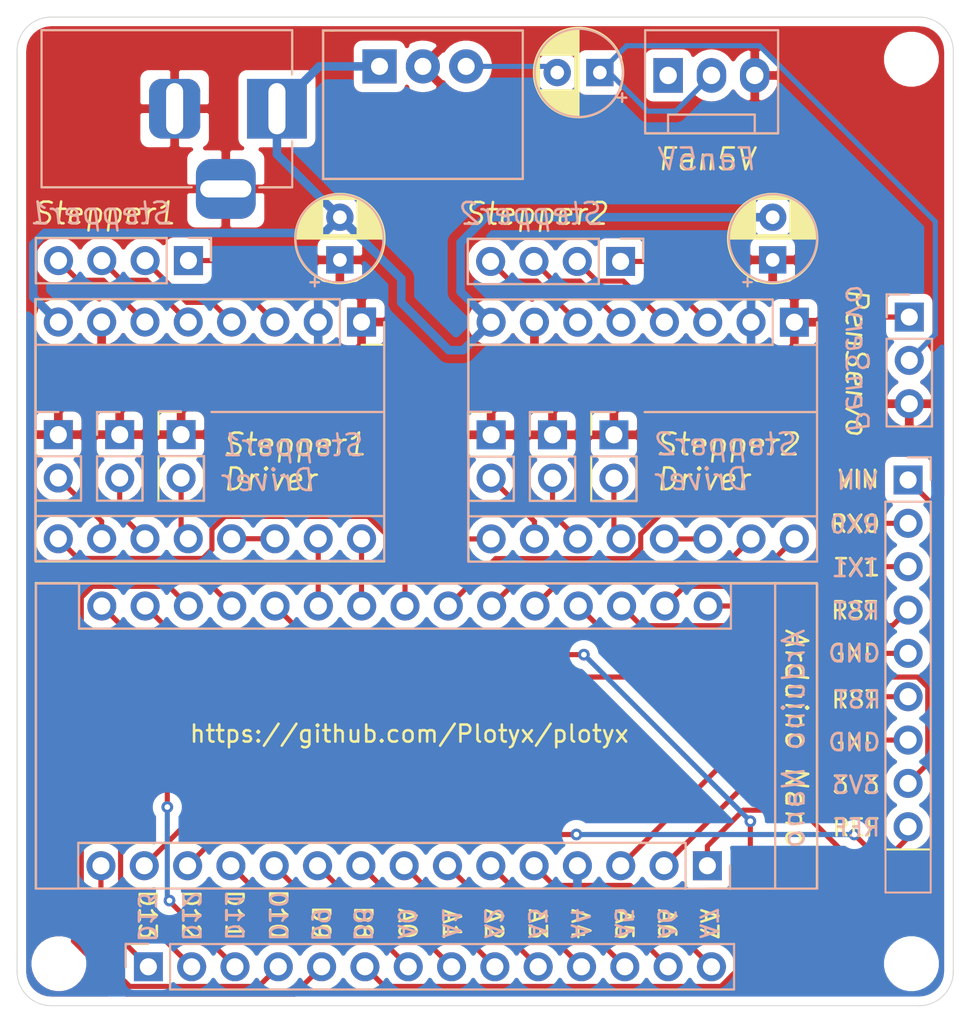
<source format=kicad_pcb>
(kicad_pcb (version 20171130) (host pcbnew "(5.1.6-0-10_14)")
  (layers (0 F.Cu signal hide) (31 B.Cu signal) (36 B.SilkS user) (37 F.SilkS user) (38 B.Mask user) (39 F.Mask user) (44 Edge.Cuts user))
  (net 0 "")
  (net 1 GND)
  (net 2 VDD)
  (net 3 "Net-(J3-Pad8)")
  (net 4 "Net-(J3-Pad7)")
  (net 5 "Net-(J3-Pad5)")
  (net 6 "Net-(J3-Pad4)")
  (net 7 "Net-(J3-Pad3)")
  (net 8 "Net-(J3-Pad2)")
  (net 9 "Net-(J13-Pad1)")
  (net 10 "Net-(J13-Pad7)")
  (net 11 "Net-(J13-Pad8)")
  (net 12 "Net-(J8-Pad9)")
  (net 13 "Net-(J10-Pad15)")
  (net 14 "Net-(J10-Pad14)")
  (net 15 "Net-(J10-Pad13)")
  (net 16 "Net-(J10-Pad12)")
  (net 17 "Net-(J10-Pad11)")
  (net 18 "Net-(J10-Pad10)")
  (net 19 "Net-(J10-Pad9)")
  (net 20 "Net-(J10-Pad8)")
  (net 21 "Net-(J10-Pad7)")
  (net 22 "Net-(J10-Pad6)")
  (net 23 "Net-(J10-Pad5)")
  (net 24 "Net-(J10-Pad3)")
  (net 25 "Net-(J10-Pad1)")
  (net 26 "Net-(J11-Pad3)")
  (net 27 "Net-(J11-Pad2)")
  (net 28 "Net-(J11-Pad1)")
  (net 29 "Net-(J11-Pad4)")
  (net 30 "Net-(J13-Pad5)")
  (net 31 "Net-(J13-Pad4)")
  (net 32 "Net-(J13-Pad3)")
  (net 33 "Net-(J13-Pad2)")
  (net 34 12v)
  (net 35 "Net-(C3-Pad2)")
  (net 36 5v)
  (net 37 "Net-(J12-Pad3)")
  (net 38 "Net-(J12-Pad4)")
  (net 39 "Net-(J12-Pad5)")
  (net 40 "Net-(J12-Pad6)")
  (net 41 "Net-(J18-Pad3)")
  (net 42 "Net-(J18-Pad4)")
  (net 43 "Net-(J17-Pad6)")
  (net 44 "Net-(J17-Pad5)")
  (net 45 "Net-(J17-Pad4)")
  (net 46 "Net-(J17-Pad3)")
  (net 47 "Net-(J17-Pad2)")
  (net 48 "Net-(J10-Pad2)")
  (net 49 "Net-(M1-Pad1)")
  (net 50 "Net-(J18-Pad2)")
  (net 51 "Net-(J18-Pad5)")
  (module Connector_PinSocket_2.54mm:PinSocket_1x09_P2.54mm_Vertical (layer F.Cu) (at 164.25 98.125)
    (fp_text reference J18 hide)
    (fp_text value "Unused Pins / Extra")
    (pad 9 thru_hole oval (at 0 20.32) (size 1.7 1.7) (drill 1) (layers *.Cu *.Mask) (net 15 "Net-(J10-Pad13)"))
    (pad 8 thru_hole oval (at 0 17.78) (size 1.7 1.7) (drill 1) (layers *.Cu *.Mask) (net 14 "Net-(J10-Pad14)"))
    (pad 7 thru_hole oval (at 0 15.24) (size 1.7 1.7) (drill 1) (layers *.Cu *.Mask) (net 48 "Net-(J10-Pad2)"))
    (pad 6 thru_hole oval (at 0 12.7) (size 1.7 1.7) (drill 1) (layers *.Cu *.Mask) (net 24 "Net-(J10-Pad3)"))
    (pad 5 thru_hole oval (at 0 10.16) (size 1.7 1.7) (drill 1) (layers *.Cu *.Mask) (net 51 "Net-(J18-Pad5)"))
    (pad 4 thru_hole oval (at 0 7.62) (size 1.7 1.7) (drill 1) (layers *.Cu *.Mask) (net 42 "Net-(J18-Pad4)"))
    (pad 3 thru_hole oval (at 0 5.08) (size 1.7 1.7) (drill 1) (layers *.Cu *.Mask) (net 41 "Net-(J18-Pad3)"))
    (pad 2 thru_hole oval (at 0 2.54) (size 1.7 1.7) (drill 1) (layers *.Cu *.Mask) (net 50 "Net-(J18-Pad2)"))
    (pad 1 thru_hole rect (at 0 0) (size 1.7 1.7) (drill 1) (layers *.Cu *.Mask) (net 25 "Net-(J10-Pad1)"))
  )
  (module MountingHole:MountingHole_2.2mm_M2 (layer F.Cu) (at 164.446 73.47)
    (fp_text reference REF** hide)
    (fp_text value MountingHole_2.2mm_M2)
    (pad 1 np_thru_hole circle (at 0 0) (size 2.2 2.2) (drill 2.2) (layers *.Cu *.Mask))
  )
  (module MountingHole:MountingHole_2.2mm_M2 (layer F.Cu) (at 114.45 126.47)
    (fp_text reference REF** hide)
    (fp_text value MountingHole_2.2mm_M2)
    (pad 1 np_thru_hole circle (at 0 0) (size 2.2 2.2) (drill 2.2) (layers *.Cu *.Mask))
  )
  (module MountingHole:MountingHole_2.2mm_M2 (layer F.Cu) (at 164.446 126.47)
    (fp_text reference REF** hide)
    (fp_text value MountingHole_2.2mm_M2)
    (pad 1 np_thru_hole circle (at 0 0) (size 2.2 2.2) (drill 2.2) (layers *.Cu *.Mask))
  )
  (module Connector_PinHeader_2.54mm:PinHeader_1x02_P2.54mm_Vertical (layer F.Cu) (at 118.02 95.47)
    (fp_text reference J6 hide)
    (fp_text value Conn_01x02_Female)
    (pad 1 thru_hole rect (at 0 0) (size 1.7 1.7) (drill 1) (layers *.Cu *.Mask) (net 1 GND))
    (pad 2 thru_hole oval (at 0 2.54) (size 1.7 1.7) (drill 1) (layers *.Cu *.Mask) (net 7 "Net-(J3-Pad3)"))
  )
  (module Connector_PinSocket_2.54mm:PinSocket_1x08_P2.54mm_Vertical (layer F.Cu) (at 132.2 88.87 270)
    (fp_text reference J2 hide)
    (fp_text value Conn_01x08_Female)
    (pad 1 thru_hole rect (at 0 0 270) (size 1.7 1.7) (drill 1) (layers *.Cu *.Mask) (net 1 GND))
    (pad 2 thru_hole oval (at 0 2.54 270) (size 1.7 1.7) (drill 1) (layers *.Cu *.Mask) (net 2 VDD))
    (pad 3 thru_hole oval (at 0 5.08 270) (size 1.7 1.7) (drill 1) (layers *.Cu *.Mask) (net 28 "Net-(J11-Pad1)"))
    (pad 4 thru_hole oval (at 0 7.62 270) (size 1.7 1.7) (drill 1) (layers *.Cu *.Mask) (net 27 "Net-(J11-Pad2)"))
    (pad 5 thru_hole oval (at 0 10.16 270) (size 1.7 1.7) (drill 1) (layers *.Cu *.Mask) (net 26 "Net-(J11-Pad3)"))
    (pad 6 thru_hole oval (at 0 12.7 270) (size 1.7 1.7) (drill 1) (layers *.Cu *.Mask) (net 29 "Net-(J11-Pad4)"))
    (pad 7 thru_hole oval (at 0 15.24 270) (size 1.7 1.7) (drill 1) (layers *.Cu *.Mask) (net 1 GND))
    (pad 8 thru_hole oval (at 0 17.78 270) (size 1.7 1.7) (drill 1) (layers *.Cu *.Mask) (net 34 12v))
  )
  (module Connector_PinSocket_2.54mm:PinSocket_1x15_P2.54mm_Vertical (layer F.Cu) (at 116.97 105.51 90)
    (fp_text reference J8 hide)
    (fp_text value Conn_01x15_Male)
    (pad 15 thru_hole oval (at 0 35.56 90) (size 1.7 1.7) (drill 1) (layers *.Cu *.Mask) (net 41 "Net-(J18-Pad3)"))
    (pad 14 thru_hole oval (at 0 33.02 90) (size 1.7 1.7) (drill 1) (layers *.Cu *.Mask) (net 50 "Net-(J18-Pad2)"))
    (pad 13 thru_hole oval (at 0 30.48 90) (size 1.7 1.7) (drill 1) (layers *.Cu *.Mask) (net 42 "Net-(J18-Pad4)"))
    (pad 12 thru_hole oval (at 0 27.94 90) (size 1.7 1.7) (drill 1) (layers *.Cu *.Mask) (net 51 "Net-(J18-Pad5)"))
    (pad 11 thru_hole oval (at 0 25.4 90) (size 1.7 1.7) (drill 1) (layers *.Cu *.Mask) (net 11 "Net-(J13-Pad8)"))
    (pad 10 thru_hole oval (at 0 22.86 90) (size 1.7 1.7) (drill 1) (layers *.Cu *.Mask) (net 10 "Net-(J13-Pad7)"))
    (pad 9 thru_hole oval (at 0 20.32 90) (size 1.7 1.7) (drill 1) (layers *.Cu *.Mask) (net 12 "Net-(J8-Pad9)"))
    (pad 8 thru_hole oval (at 0 17.78 90) (size 1.7 1.7) (drill 1) (layers *.Cu *.Mask) (net 9 "Net-(J13-Pad1)"))
    (pad 7 thru_hole oval (at 0 15.24 90) (size 1.7 1.7) (drill 1) (layers *.Cu *.Mask) (net 3 "Net-(J3-Pad8)"))
    (pad 6 thru_hole oval (at 0 12.7 90) (size 1.7 1.7) (drill 1) (layers *.Cu *.Mask) (net 4 "Net-(J3-Pad7)"))
    (pad 5 thru_hole oval (at 0 10.16 90) (size 1.7 1.7) (drill 1) (layers *.Cu *.Mask) (net 43 "Net-(J17-Pad6)"))
    (pad 4 thru_hole oval (at 0 7.62 90) (size 1.7 1.7) (drill 1) (layers *.Cu *.Mask) (net 44 "Net-(J17-Pad5)"))
    (pad 3 thru_hole oval (at 0 5.08 90) (size 1.7 1.7) (drill 1) (layers *.Cu *.Mask) (net 45 "Net-(J17-Pad4)"))
    (pad 2 thru_hole oval (at 0 2.54 90) (size 1.7 1.7) (drill 1) (layers *.Cu *.Mask) (net 46 "Net-(J17-Pad3)"))
    (pad 1 thru_hole circle (at 0 0 90) (size 1.7 1.7) (drill 1) (layers *.Cu *.Mask) (net 47 "Net-(J17-Pad2)"))
  )
  (module Connector_PinSocket_2.54mm:PinSocket_1x08_P2.54mm_Vertical (layer F.Cu) (at 114.42 101.57 90)
    (fp_text reference J3 hide)
    (fp_text value Conn_01x08_Female)
    (pad 8 thru_hole oval (at 0 17.78 90) (size 1.7 1.7) (drill 1) (layers *.Cu *.Mask) (net 3 "Net-(J3-Pad8)"))
    (pad 7 thru_hole oval (at 0 15.24 90) (size 1.7 1.7) (drill 1) (layers *.Cu *.Mask) (net 4 "Net-(J3-Pad7)"))
    (pad 6 thru_hole oval (at 0 12.7 90) (size 1.7 1.7) (drill 1) (layers *.Cu *.Mask) (net 5 "Net-(J3-Pad5)"))
    (pad 5 thru_hole oval (at 0 10.16 90) (size 1.7 1.7) (drill 1) (layers *.Cu *.Mask) (net 5 "Net-(J3-Pad5)"))
    (pad 4 thru_hole oval (at 0 7.62 90) (size 1.7 1.7) (drill 1) (layers *.Cu *.Mask) (net 6 "Net-(J3-Pad4)"))
    (pad 3 thru_hole oval (at 0 5.08 90) (size 1.7 1.7) (drill 1) (layers *.Cu *.Mask) (net 7 "Net-(J3-Pad3)"))
    (pad 2 thru_hole oval (at 0 2.54 90) (size 1.7 1.7) (drill 1) (layers *.Cu *.Mask) (net 8 "Net-(J3-Pad2)"))
    (pad 1 thru_hole circle (at 0 0 90) (size 1.7 1.7) (drill 1) (layers *.Cu *.Mask) (net 9 "Net-(J13-Pad1)"))
  )
  (module Connector_PinSocket_2.54mm:PinSocket_1x08_P2.54mm_Vertical (layer F.Cu) (at 139.8 101.58 90)
    (fp_text reference J13 hide)
    (fp_text value Conn_01x08_Female)
    (pad 8 thru_hole oval (at 0 17.78 90) (size 1.7 1.7) (drill 1) (layers *.Cu *.Mask) (net 11 "Net-(J13-Pad8)"))
    (pad 7 thru_hole oval (at 0 15.24 90) (size 1.7 1.7) (drill 1) (layers *.Cu *.Mask) (net 10 "Net-(J13-Pad7)"))
    (pad 6 thru_hole oval (at 0 12.7 90) (size 1.7 1.7) (drill 1) (layers *.Cu *.Mask) (net 30 "Net-(J13-Pad5)"))
    (pad 5 thru_hole oval (at 0 10.16 90) (size 1.7 1.7) (drill 1) (layers *.Cu *.Mask) (net 30 "Net-(J13-Pad5)"))
    (pad 4 thru_hole oval (at 0 7.62 90) (size 1.7 1.7) (drill 1) (layers *.Cu *.Mask) (net 31 "Net-(J13-Pad4)"))
    (pad 3 thru_hole oval (at 0 5.08 90) (size 1.7 1.7) (drill 1) (layers *.Cu *.Mask) (net 32 "Net-(J13-Pad3)"))
    (pad 2 thru_hole oval (at 0 2.54 90) (size 1.7 1.7) (drill 1) (layers *.Cu *.Mask) (net 33 "Net-(J13-Pad2)"))
    (pad 1 thru_hole circle (at 0 0 90) (size 1.7 1.7) (drill 1) (layers *.Cu *.Mask) (net 9 "Net-(J13-Pad1)"))
  )
  (module Connector_BarrelJack:BarrelJack_Horizontal (layer F.Cu) (at 127.24 76.37)
    (fp_text reference J1 hide)
    (fp_text value Barrel_Jack_Switch)
    (pad 1 thru_hole rect (at 0 0) (size 3.5 3.5) (drill oval 1 3) (layers *.Cu *.Mask) (net 34 12v))
    (pad 2 thru_hole roundrect (at -6 0) (size 3 3.5) (drill oval 1 3) (layers *.Cu *.Mask) (net 1 GND))
    (pad 3 thru_hole roundrect (at -3 4.7) (size 3.5 3.5) (drill oval 3 1) (layers *.Cu *.Mask) (net 1 GND))
  )
  (module Capacitor_THT:CP_Radial_D5.0mm_P2.50mm (layer F.Cu) (at 146.175 74.25 180)
    (fp_text reference C3 hide)
    (fp_text value 100uF)
    (pad 2 thru_hole circle (at 2.5 0 180) (size 1.6 1.6) (drill 0.8) (layers *.Cu *.Mask) (net 35 "Net-(C3-Pad2)"))
    (pad 1 thru_hole rect (at 0 0 180) (size 1.6 1.6) (drill 0.8) (layers *.Cu *.Mask) (net 36 5v))
  )
  (module Capacitor_THT:CP_Radial_D5.0mm_P2.50mm (layer F.Cu) (at 156.31 85.23 90)
    (fp_text reference C2 hide)
    (fp_text value 100uF)
    (pad 2 thru_hole circle (at 2.5 0 90) (size 1.6 1.6) (drill 0.8) (layers *.Cu *.Mask) (net 34 12v))
    (pad 1 thru_hole rect (at 0 0 90) (size 1.6 1.6) (drill 0.8) (layers *.Cu *.Mask) (net 1 GND))
  )
  (module Capacitor_THT:CP_Radial_D5.0mm_P2.50mm (layer F.Cu) (at 130.93 85.23 90)
    (fp_text reference C1 hide)
    (fp_text value 100uF)
    (pad 2 thru_hole circle (at 2.5 0 90) (size 1.6 1.6) (drill 0.8) (layers *.Cu *.Mask) (net 34 12v))
    (pad 1 thru_hole rect (at 0 0 90) (size 1.6 1.6) (drill 0.8) (layers *.Cu *.Mask) (net 1 GND))
  )
  (module Connector_PinHeader_2.54mm:PinHeader_1x04_P2.54mm_Vertical (layer F.Cu) (at 147.39 85.32 270)
    (fp_text reference J4 hide)
    (fp_text value Stepper2)
    (pad 1 thru_hole rect (at 0 0 270) (size 1.7 1.7) (drill 1) (layers *.Cu *.Mask) (net 37 "Net-(J12-Pad3)"))
    (pad 2 thru_hole oval (at 0 2.54 270) (size 1.7 1.7) (drill 1) (layers *.Cu *.Mask) (net 38 "Net-(J12-Pad4)"))
    (pad 3 thru_hole oval (at 0 5.08 270) (size 1.7 1.7) (drill 1) (layers *.Cu *.Mask) (net 39 "Net-(J12-Pad5)"))
    (pad 4 thru_hole oval (at 0 7.62 270) (size 1.7 1.7) (drill 1) (layers *.Cu *.Mask) (net 40 "Net-(J12-Pad6)"))
  )
  (module Connector_PinHeader_2.54mm:PinHeader_1x03_P2.54mm_Vertical (layer F.Cu) (at 164.31878 88.57818)
    (fp_text reference J9 hide)
    (fp_text value PenServo)
    (pad 1 thru_hole rect (at 0 0) (size 1.7 1.7) (drill 1) (layers *.Cu *.Mask) (net 12 "Net-(J8-Pad9)"))
    (pad 2 thru_hole oval (at 0 2.54) (size 1.7 1.7) (drill 1) (layers *.Cu *.Mask) (net 36 5v))
    (pad 3 thru_hole oval (at 0 5.08) (size 1.7 1.7) (drill 1) (layers *.Cu *.Mask) (net 1 GND))
  )
  (module Connector_PinSocket_2.54mm:PinSocket_1x15_P2.54mm_Vertical (layer F.Cu) (at 152.48 120.73 270)
    (fp_text reference J10 hide)
    (fp_text value Conn_01x15_Male)
    (pad 1 thru_hole rect (at 0 0 270) (size 1.7 1.7) (drill 1) (layers *.Cu *.Mask) (net 25 "Net-(J10-Pad1)"))
    (pad 2 thru_hole oval (at 0 2.54 270) (size 1.7 1.7) (drill 1) (layers *.Cu *.Mask) (net 48 "Net-(J10-Pad2)"))
    (pad 3 thru_hole oval (at 0 5.08 270) (size 1.7 1.7) (drill 1) (layers *.Cu *.Mask) (net 24 "Net-(J10-Pad3)"))
    (pad 4 thru_hole oval (at 0 7.62 270) (size 1.7 1.7) (drill 1) (layers *.Cu *.Mask) (net 2 VDD))
    (pad 5 thru_hole oval (at 0 10.16 270) (size 1.7 1.7) (drill 1) (layers *.Cu *.Mask) (net 23 "Net-(J10-Pad5)"))
    (pad 6 thru_hole oval (at 0 12.7 270) (size 1.7 1.7) (drill 1) (layers *.Cu *.Mask) (net 22 "Net-(J10-Pad6)"))
    (pad 7 thru_hole oval (at 0 15.24 270) (size 1.7 1.7) (drill 1) (layers *.Cu *.Mask) (net 21 "Net-(J10-Pad7)"))
    (pad 8 thru_hole oval (at 0 17.78 270) (size 1.7 1.7) (drill 1) (layers *.Cu *.Mask) (net 20 "Net-(J10-Pad8)"))
    (pad 9 thru_hole oval (at 0 20.32 270) (size 1.7 1.7) (drill 1) (layers *.Cu *.Mask) (net 19 "Net-(J10-Pad9)"))
    (pad 10 thru_hole oval (at 0 22.86 270) (size 1.7 1.7) (drill 1) (layers *.Cu *.Mask) (net 18 "Net-(J10-Pad10)"))
    (pad 11 thru_hole oval (at 0 25.4 270) (size 1.7 1.7) (drill 1) (layers *.Cu *.Mask) (net 17 "Net-(J10-Pad11)"))
    (pad 12 thru_hole oval (at 0 27.94 270) (size 1.7 1.7) (drill 1) (layers *.Cu *.Mask) (net 16 "Net-(J10-Pad12)"))
    (pad 13 thru_hole oval (at 0 30.48 270) (size 1.7 1.7) (drill 1) (layers *.Cu *.Mask) (net 15 "Net-(J10-Pad13)"))
    (pad 14 thru_hole oval (at 0 33.02 270) (size 1.7 1.7) (drill 1) (layers *.Cu *.Mask) (net 14 "Net-(J10-Pad14)"))
    (pad 15 thru_hole oval (at 0 35.56 270) (size 1.7 1.7) (drill 1) (layers *.Cu *.Mask) (net 13 "Net-(J10-Pad15)"))
  )
  (module Connector_PinHeader_2.54mm:PinHeader_1x04_P2.54mm_Vertical (layer F.Cu) (at 122.05 85.27 270)
    (fp_text reference J11 hide)
    (fp_text value Stepper1)
    (pad 4 thru_hole oval (at 0 7.62 270) (size 1.7 1.7) (drill 1) (layers *.Cu *.Mask) (net 29 "Net-(J11-Pad4)"))
    (pad 3 thru_hole oval (at 0 5.08 270) (size 1.7 1.7) (drill 1) (layers *.Cu *.Mask) (net 26 "Net-(J11-Pad3)"))
    (pad 2 thru_hole oval (at 0 2.54 270) (size 1.7 1.7) (drill 1) (layers *.Cu *.Mask) (net 27 "Net-(J11-Pad2)"))
    (pad 1 thru_hole rect (at 0 0 270) (size 1.7 1.7) (drill 1) (layers *.Cu *.Mask) (net 28 "Net-(J11-Pad1)"))
  )
  (module Connector_PinSocket_2.54mm:PinSocket_1x08_P2.54mm_Vertical (layer F.Cu) (at 157.58 88.88 270)
    (fp_text reference J12 hide)
    (fp_text value Conn_01x08_Female)
    (pad 1 thru_hole rect (at 0 0 270) (size 1.7 1.7) (drill 1) (layers *.Cu *.Mask) (net 1 GND))
    (pad 2 thru_hole oval (at 0 2.54 270) (size 1.7 1.7) (drill 1) (layers *.Cu *.Mask) (net 2 VDD))
    (pad 3 thru_hole oval (at 0 5.08 270) (size 1.7 1.7) (drill 1) (layers *.Cu *.Mask) (net 37 "Net-(J12-Pad3)"))
    (pad 4 thru_hole oval (at 0 7.62 270) (size 1.7 1.7) (drill 1) (layers *.Cu *.Mask) (net 38 "Net-(J12-Pad4)"))
    (pad 5 thru_hole oval (at 0 10.16 270) (size 1.7 1.7) (drill 1) (layers *.Cu *.Mask) (net 39 "Net-(J12-Pad5)"))
    (pad 6 thru_hole oval (at 0 12.7 270) (size 1.7 1.7) (drill 1) (layers *.Cu *.Mask) (net 40 "Net-(J12-Pad6)"))
    (pad 7 thru_hole oval (at 0 15.24 270) (size 1.7 1.7) (drill 1) (layers *.Cu *.Mask) (net 1 GND))
    (pad 8 thru_hole oval (at 0 17.78 270) (size 1.7 1.7) (drill 1) (layers *.Cu *.Mask) (net 34 12v))
  )
  (module Connector_PinHeader_2.54mm:PinHeader_1x02_P2.54mm_Vertical (layer F.Cu) (at 114.42 95.47)
    (fp_text reference J5 hide)
    (fp_text value Conn_01x02_Female)
    (pad 1 thru_hole rect (at 0 0) (size 1.7 1.7) (drill 1) (layers *.Cu *.Mask) (net 1 GND))
    (pad 2 thru_hole oval (at 0 2.54) (size 1.7 1.7) (drill 1) (layers *.Cu *.Mask) (net 8 "Net-(J3-Pad2)"))
  )
  (module Connector_PinHeader_2.54mm:PinHeader_1x02_P2.54mm_Vertical (layer F.Cu) (at 121.62 95.47)
    (fp_text reference J7 hide)
    (fp_text value Conn_01x02_Female)
    (pad 2 thru_hole oval (at 0 2.54) (size 1.7 1.7) (drill 1) (layers *.Cu *.Mask) (net 6 "Net-(J3-Pad4)"))
    (pad 1 thru_hole rect (at 0 0) (size 1.7 1.7) (drill 1) (layers *.Cu *.Mask) (net 1 GND))
  )
  (module Connector_PinHeader_2.54mm:PinHeader_1x02_P2.54mm_Vertical (layer F.Cu) (at 139.8 95.48)
    (fp_text reference J14 hide)
    (fp_text value Conn_01x02_Female)
    (pad 1 thru_hole rect (at 0 0) (size 1.7 1.7) (drill 1) (layers *.Cu *.Mask) (net 1 GND))
    (pad 2 thru_hole oval (at 0 2.54) (size 1.7 1.7) (drill 1) (layers *.Cu *.Mask) (net 33 "Net-(J13-Pad2)"))
  )
  (module Connector_PinHeader_2.54mm:PinHeader_1x02_P2.54mm_Vertical (layer F.Cu) (at 143.4 95.48)
    (fp_text reference J15 hide)
    (fp_text value Conn_01x02_Female)
    (pad 1 thru_hole rect (at 0 0) (size 1.7 1.7) (drill 1) (layers *.Cu *.Mask) (net 1 GND))
    (pad 2 thru_hole oval (at 0 2.54) (size 1.7 1.7) (drill 1) (layers *.Cu *.Mask) (net 32 "Net-(J13-Pad3)"))
  )
  (module Connector_PinHeader_2.54mm:PinHeader_1x02_P2.54mm_Vertical (layer F.Cu) (at 147 95.48)
    (fp_text reference J16 hide)
    (fp_text value Conn_01x02_Female)
    (pad 2 thru_hole oval (at 0 2.54) (size 1.7 1.7) (drill 1) (layers *.Cu *.Mask) (net 31 "Net-(J13-Pad4)"))
    (pad 1 thru_hole rect (at 0 0) (size 1.7 1.7) (drill 1) (layers *.Cu *.Mask) (net 1 GND))
  )
  (module digikey-footprints:SIP-3_P2.54mm (layer F.Cu) (at 133.255 73.89)
    (fp_text reference U1 hide)
    (fp_text value R-78E5_0-0_5)
    (pad 1 thru_hole rect (at 0 0) (size 2 2) (drill 1) (layers *.Cu *.Mask) (net 34 12v))
    (pad 2 thru_hole circle (at 2.54 0) (size 2 2) (drill 1) (layers *.Cu *.Mask) (net 1 GND))
    (pad 3 thru_hole circle (at 5.08 0) (size 2 2) (drill 1) (layers *.Cu *.Mask) (net 35 "Net-(C3-Pad2)"))
  )
  (module Connector_PinSocket_2.54mm:PinSocket_1x14_P2.54mm_Vertical (layer F.Cu) (at 119.7 126.65 90)
    (fp_text reference J17 hide)
    (fp_text value "Unused Pins Analog/Digital")
    (pad 1 thru_hole rect (at 0 0 90) (size 1.7 1.7) (drill 1) (layers *.Cu *.Mask) (net 13 "Net-(J10-Pad15)"))
    (pad 2 thru_hole oval (at 0 2.54 90) (size 1.7 1.7) (drill 1) (layers *.Cu *.Mask) (net 47 "Net-(J17-Pad2)"))
    (pad 3 thru_hole oval (at 0 5.08 90) (size 1.7 1.7) (drill 1) (layers *.Cu *.Mask) (net 46 "Net-(J17-Pad3)"))
    (pad 4 thru_hole oval (at 0 7.62 90) (size 1.7 1.7) (drill 1) (layers *.Cu *.Mask) (net 45 "Net-(J17-Pad4)"))
    (pad 5 thru_hole oval (at 0 10.16 90) (size 1.7 1.7) (drill 1) (layers *.Cu *.Mask) (net 44 "Net-(J17-Pad5)"))
    (pad 6 thru_hole oval (at 0 12.7 90) (size 1.7 1.7) (drill 1) (layers *.Cu *.Mask) (net 43 "Net-(J17-Pad6)"))
    (pad 7 thru_hole oval (at 0 15.24 90) (size 1.7 1.7) (drill 1) (layers *.Cu *.Mask) (net 16 "Net-(J10-Pad12)"))
    (pad 8 thru_hole oval (at 0 17.78 90) (size 1.7 1.7) (drill 1) (layers *.Cu *.Mask) (net 17 "Net-(J10-Pad11)"))
    (pad 9 thru_hole oval (at 0 20.32 90) (size 1.7 1.7) (drill 1) (layers *.Cu *.Mask) (net 18 "Net-(J10-Pad10)"))
    (pad 10 thru_hole oval (at 0 22.86 90) (size 1.7 1.7) (drill 1) (layers *.Cu *.Mask) (net 19 "Net-(J10-Pad9)"))
    (pad 11 thru_hole oval (at 0 25.4 90) (size 1.7 1.7) (drill 1) (layers *.Cu *.Mask) (net 20 "Net-(J10-Pad8)"))
    (pad 12 thru_hole oval (at 0 27.94 90) (size 1.7 1.7) (drill 1) (layers *.Cu *.Mask) (net 21 "Net-(J10-Pad7)"))
    (pad 13 thru_hole oval (at 0 30.48 90) (size 1.7 1.7) (drill 1) (layers *.Cu *.Mask) (net 22 "Net-(J10-Pad6)"))
    (pad 14 thru_hole oval (at 0 33.02 90) (size 1.7 1.7) (drill 1) (layers *.Cu *.Mask) (net 23 "Net-(J10-Pad5)"))
  )
  (module Connector:FanPinHeader_1x03_P2.54mm_Vertical (layer F.Cu) (at 150.18 74.42)
    (fp_text reference M1 hide)
    (fp_text value Fan_3pin)
    (pad 1 thru_hole rect (at 0 0 90) (size 2.03 1.73) (drill 1.02) (layers *.Cu *.Mask) (net 49 "Net-(M1-Pad1)"))
    (pad 2 thru_hole oval (at 2.54 0 90) (size 2.03 1.73) (drill 1.02) (layers *.Cu *.Mask) (net 36 5v))
    (pad 3 thru_hole oval (at 5.08 0 90) (size 2.03 1.73) (drill 1.02) (layers *.Cu *.Mask) (net 1 GND))
  )
  (gr_text https://github.com/Plotyx/plotyx (at 135 113) (layer F.SilkS) (effects (font (size 1 1))))
  (gr_text A4 (at 144.99 124.09 270) (layer B.SilkS) (effects (font (size 1 1)) (justify mirror)))
  (gr_text A3 (at 142.49 124.09 270) (layer B.SilkS) (effects (font (size 1 1)) (justify mirror)))
  (gr_text A2 (at 139.92 124.09 270) (layer B.SilkS) (effects (font (size 1 1)) (justify mirror)))
  (gr_text D10 (at 127.3 123.69 270) (layer B.SilkS) (effects (font (size 1 1)) (justify mirror)))
  (gr_text A1 (at 137.45 124.06 270) (layer B.SilkS) (effects (font (size 1 1)) (justify mirror)))
  (gr_text A0 (at 134.84 124.12 270) (layer B.SilkS) (effects (font (size 1 1)) (justify mirror)))
  (gr_text D12 (at 122.21 123.69 270) (layer B.SilkS) (effects (font (size 1 1)) (justify mirror)))
  (gr_text D11 (at 124.72 123.65 270) (layer B.SilkS) (effects (font (size 1 1)) (justify mirror)))
  (gr_text A5 (at 147.56 124.06 270) (layer B.SilkS) (effects (font (size 1 1)) (justify mirror)))
  (gr_text D8 (at 132.25 124.17 270) (layer B.SilkS) (effects (font (size 1 1)) (justify mirror)))
  (gr_text D9 (at 129.78 124.19 270) (layer B.SilkS) (effects (font (size 1 1)) (justify mirror)))
  (gr_text D13 (at 119.6 123.74 270) (layer B.SilkS) (effects (font (size 1 1)) (justify mirror)))
  (gr_text A6 (at 150.07 124.09 270) (layer B.SilkS) (effects (font (size 1 1)) (justify mirror)))
  (gr_text A7 (at 152.54 124.09 270) (layer B.SilkS) (effects (font (size 1 1)) (justify mirror)))
  (gr_text A7 (at 152.58 124.15 270) (layer F.SilkS) (effects (font (size 1 1))))
  (gr_text A6 (at 150.11 124.15 270) (layer F.SilkS) (effects (font (size 1 1))))
  (gr_text A5 (at 147.6 124.18 270) (layer F.SilkS) (effects (font (size 1 1))))
  (gr_text A4 (at 145.03 124.15 270) (layer F.SilkS) (effects (font (size 1 1))))
  (gr_text A3 (at 142.53 124.15 270) (layer F.SilkS) (effects (font (size 1 1))))
  (gr_text A2 (at 139.96 124.15 270) (layer F.SilkS) (effects (font (size 1 1))))
  (gr_text A1 (at 137.49 124.18 270) (layer F.SilkS) (effects (font (size 1 1))))
  (gr_text A0 (at 134.88 124.12 270) (layer F.SilkS) (effects (font (size 1 1))))
  (gr_text D8 (at 132.29 124.07 270) (layer F.SilkS) (effects (font (size 1 1))))
  (gr_text D9 (at 129.82 124.05 270) (layer F.SilkS) (effects (font (size 1 1))))
  (gr_text D10 (at 127.3 123.57 270) (layer F.SilkS) (effects (font (size 1 1))))
  (gr_text D11 (at 124.74 123.6 270) (layer F.SilkS) (effects (font (size 1 1))))
  (gr_text D12 (at 122.2 123.6 270) (layer F.SilkS) (effects (font (size 1 1))))
  (gr_text D13 (at 119.65 123.6 270) (layer F.SilkS) (effects (font (size 1 1))))
  (gr_line (start 155.25 76.725) (end 155.25 77.775) (layer B.SilkS) (width 0.12))
  (gr_line (start 150.175 76.725) (end 155.275 76.725) (layer B.SilkS) (width 0.12))
  (gr_line (start 150.175 77.8) (end 150.175 76.725) (layer B.SilkS) (width 0.12))
  (gr_line (start 148.825 77.8) (end 148.825 71.775) (layer B.SilkS) (width 0.12))
  (gr_line (start 156.625 77.8) (end 148.825 77.8) (layer B.SilkS) (width 0.12))
  (gr_line (start 156.625 71.775) (end 156.625 77.8) (layer B.SilkS) (width 0.12))
  (gr_line (start 148.85 71.775) (end 156.625 71.775) (layer B.SilkS) (width 0.12))
  (gr_line (start 154.05 127.975) (end 120.975 127.975) (layer B.SilkS) (width 0.12))
  (gr_line (start 154.05 125.325) (end 154.05 127.975) (layer B.SilkS) (width 0.12))
  (gr_line (start 120.975 125.325) (end 154.05 125.325) (layer B.SilkS) (width 0.12))
  (gr_line (start 120.975 127.975) (end 120.975 125.325) (layer B.SilkS) (width 0.12))
  (gr_line (start 118.375 125.3) (end 119.7 125.3) (layer B.SilkS) (width 0.12))
  (gr_line (start 118.375 126.675) (end 118.375 125.3) (layer B.SilkS) (width 0.12))
  (gr_line (start 165.575 122.3) (end 165.575 99.4) (layer B.SilkS) (width 0.12))
  (gr_line (start 162.925 122.3) (end 165.575 122.3) (layer B.SilkS) (width 0.12))
  (gr_line (start 162.925 99.4) (end 162.925 122.3) (layer B.SilkS) (width 0.12))
  (gr_line (start 165.575 99.4) (end 162.925 99.4) (layer B.SilkS) (width 0.12))
  (gr_line (start 165.575 96.8) (end 165.575 98.125) (layer B.SilkS) (width 0.12))
  (gr_line (start 164.225 96.8) (end 165.575 96.8) (layer B.SilkS) (width 0.12))
  (gr_text REF (at 161.225 118.5) (layer B.SilkS) (effects (font (size 1 1)) (justify mirror)))
  (gr_text RX0 (at 161.1 100.75) (layer B.SilkS) (effects (font (size 1 1)) (justify mirror)))
  (gr_text GND (at 161.1 113.5) (layer B.SilkS) (effects (font (size 1 1)) (justify mirror)))
  (gr_text GND (at 161.1 108.3) (layer B.SilkS) (effects (font (size 1 1)) (justify mirror)))
  (gr_text TX1 (at 161.1 103.3) (layer B.SilkS) (effects (font (size 1 1)) (justify mirror)))
  (gr_text RST (at 161.225 105.825) (layer B.SilkS) (effects (font (size 1 1)) (justify mirror)))
  (gr_text 3V3 (at 161.2 116) (layer B.SilkS) (effects (font (size 1 1)) (justify mirror)))
  (gr_text RST (at 161.3 111) (layer B.SilkS) (effects (font (size 1 1)) (justify mirror)))
  (gr_text VIN (at 161.275 98.175) (layer B.SilkS) (effects (font (size 1 1)) (justify mirror)))
  (gr_text REF (at 161.2 118.5) (layer F.SilkS) (effects (font (size 1 1))))
  (gr_text 3V3 (at 161.2 116) (layer F.SilkS) (effects (font (size 1 1))))
  (gr_text GND (at 161.1 113.5) (layer F.SilkS) (effects (font (size 1 1))))
  (gr_text RST (at 161.125 111) (layer F.SilkS) (effects (font (size 1 1))))
  (gr_text GND (at 161.1 108.275) (layer F.SilkS) (effects (font (size 1 1))))
  (gr_text RST (at 161.1 105.775) (layer F.SilkS) (effects (font (size 1 1))))
  (gr_text TX1 (at 161.275 103.25) (layer F.SilkS) (effects (font (size 1 1))))
  (gr_text RX0 (at 161.15 100.7) (layer F.SilkS) (effects (font (size 1 1))))
  (gr_text VIN (at 161.35 98.075) (layer F.SilkS) (effects (font (size 1 1))))
  (gr_arc (start 114 73) (end 114 71) (angle -90) (layer Edge.Cuts) (width 0.05))
  (gr_arc (start 114 126.93) (end 112 126.93) (angle -90) (layer Edge.Cuts) (width 0.05))
  (gr_arc (start 164.9 126.93) (end 164.9 128.93) (angle -90) (layer Edge.Cuts) (width 0.05))
  (gr_arc (start 164.9 73) (end 166.9 73) (angle -90) (layer Edge.Cuts) (width 0.05))
  (gr_line (start 112 127) (end 112 73) (layer Edge.Cuts) (width 0.05))
  (gr_line (start 164.98 128.93) (end 114.005 128.93) (layer Edge.Cuts) (width 0.05))
  (gr_line (start 166.9 73) (end 166.9 127) (layer Edge.Cuts) (width 0.05))
  (gr_line (start 114 71) (end 164.975 71) (layer Edge.Cuts) (width 0.05))
  (gr_text Fan5V (at 152.53 79.33) (layer B.SilkS) (effects (font (size 1.27 1.27) (thickness 0.15) italic) (justify mirror)))
  (gr_text Fan5V (at 152.43 79.33) (layer F.SilkS) (effects (font (size 1.27 1.27) (thickness 0.15) italic)))
  (gr_text PenServo (at 161.23378 91.06318 270) (layer B.SilkS) (effects (font (size 1.27 1.27) (thickness 0.15) italic) (justify mirror)))
  (gr_text Stepper1 (at 116.95 82.5) (layer B.SilkS) (effects (font (size 1.27 1.27) (thickness 0.15) italic) (justify mirror)))
  (gr_text Stepper2 (at 142.2 82.525) (layer B.SilkS) (effects (font (size 1.27 1.27) (thickness 0.15) italic) (justify mirror)))
  (gr_text "Stepper1\nDriver" (at 123.93 97.11) (layer B.SilkS) (effects (font (size 1.27 1.27) (thickness 0.15) italic) (justify right mirror)))
  (gr_text "Stepper2\nDriver" (at 149.34 97.05) (layer B.SilkS) (effects (font (size 1.27 1.27) (thickness 0.15) italic) (justify right mirror)))
  (gr_text "Arduino Nano" (at 157.54 113.26 90) (layer B.SilkS) (effects (font (size 1.27 1.27) (thickness 0.15) italic) (justify mirror)))
  (gr_line (start 165.65878 94.99818) (end 162.98878 94.99818) (layer B.SilkS) (width 0.12))
  (gr_line (start 165.65878 89.84818) (end 165.65878 94.99818) (layer B.SilkS) (width 0.12))
  (gr_line (start 162.98878 89.84818) (end 165.65878 89.84818) (layer B.SilkS) (width 0.12))
  (gr_line (start 162.98878 94.97818) (end 162.98878 89.84818) (layer B.SilkS) (width 0.12))
  (gr_line (start 163.00878 87.25818) (end 163.00878 88.59818) (layer B.SilkS) (width 0.12))
  (gr_line (start 164.32878 87.25818) (end 163.00878 87.25818) (layer B.SilkS) (width 0.12))
  (gr_line (start 147.495 75.95) (end 147.495 75.46) (layer B.SilkS) (width 0.12))
  (gr_line (start 147.245 75.72) (end 147.725 75.72) (layer B.SilkS) (width 0.12))
  (gr_circle (center 144.938627 74.27) (end 142.378627 73.98) (layer B.SilkS) (width 0.12))
  (gr_line (start 155.06 86.53) (end 154.58 86.53) (layer B.SilkS) (width 0.12))
  (gr_line (start 154.84 86.78) (end 154.84 86.3) (layer B.SilkS) (width 0.12))
  (gr_circle (center 156.33 83.963627) (end 156.04 86.523627) (layer B.SilkS) (width 0.12))
  (gr_circle (center 130.91 83.97) (end 130.62 86.53) (layer B.SilkS) (width 0.12))
  (gr_line (start 129.71 86.55) (end 129.19 86.55) (layer B.SilkS) (width 0.12))
  (gr_line (start 129.46 86.78) (end 129.46 86.28) (layer B.SilkS) (width 0.12))
  (gr_line (start 129.935 71.77) (end 129.935 80.5) (layer B.SilkS) (width 0.12))
  (gr_line (start 141.655 71.77) (end 129.935 71.77) (layer B.SilkS) (width 0.12))
  (gr_line (start 141.655 80.47) (end 141.655 71.77) (layer B.SilkS) (width 0.12))
  (gr_line (start 129.955 80.47) (end 141.655 80.47) (layer B.SilkS) (width 0.12))
  (gr_line (start 128.125 71.76) (end 128.125 74.36) (layer B.SilkS) (width 0.12))
  (gr_line (start 113.435 71.76) (end 128.125 71.76) (layer B.SilkS) (width 0.12))
  (gr_line (start 113.435 80.98) (end 113.435 71.76) (layer B.SilkS) (width 0.12))
  (gr_line (start 122.195 80.98) (end 113.435 80.98) (layer B.SilkS) (width 0.12))
  (gr_line (start 128.09 80.99) (end 126.19 80.99) (layer B.SilkS) (width 0.12))
  (gr_line (start 128.14 78.28) (end 128.14 80.96) (layer B.SilkS) (width 0.12))
  (gr_line (start 146.11 86.64) (end 146.11 84.01) (layer B.SilkS) (width 0.12))
  (gr_line (start 138.42 86.64) (end 146.11 86.64) (layer B.SilkS) (width 0.12))
  (gr_line (start 138.42 84.01) (end 138.42 86.64) (layer B.SilkS) (width 0.12))
  (gr_line (start 146.08 84.01) (end 138.42 84.01) (layer B.SilkS) (width 0.12))
  (gr_line (start 148.71 83.98) (end 148.71 85.31) (layer B.SilkS) (width 0.12))
  (gr_line (start 147.39 83.98) (end 148.71 83.98) (layer B.SilkS) (width 0.12))
  (gr_line (start 123.36 83.94) (end 123.36 85.26) (layer B.SilkS) (width 0.12))
  (gr_line (start 122.05 83.94) (end 123.36 83.94) (layer B.SilkS) (width 0.12))
  (gr_line (start 120.77 86.59) (end 120.77 83.97) (layer B.SilkS) (width 0.12))
  (gr_line (start 113.09 86.59) (end 120.77 86.59) (layer B.SilkS) (width 0.12))
  (gr_line (start 113.09 83.96) (end 113.09 86.59) (layer B.SilkS) (width 0.12))
  (gr_line (start 120.78 83.96) (end 113.09 83.96) (layer B.SilkS) (width 0.12))
  (gr_line (start 158.91 100.26) (end 138.49 100.26) (layer B.SilkS) (width 0.12))
  (gr_line (start 138.48 96.76) (end 138.48 99.35) (layer B.SilkS) (width 0.12))
  (gr_line (start 141.13 96.76) (end 138.48 96.76) (layer B.SilkS) (width 0.12))
  (gr_line (start 141.13 99.35) (end 141.13 96.76) (layer B.SilkS) (width 0.12))
  (gr_line (start 138.46 99.35) (end 141.13 99.35) (layer B.SilkS) (width 0.12))
  (gr_line (start 142.07 96.76) (end 142.07 99.37) (layer B.SilkS) (width 0.12))
  (gr_line (start 144.73 96.76) (end 142.07 96.76) (layer B.SilkS) (width 0.12))
  (gr_line (start 144.73 99.35) (end 144.73 96.76) (layer B.SilkS) (width 0.12))
  (gr_line (start 142.07 99.35) (end 144.73 99.35) (layer B.SilkS) (width 0.12))
  (gr_line (start 148.31 99.37) (end 145.71 99.37) (layer B.SilkS) (width 0.12))
  (gr_line (start 148.31 96.74) (end 148.31 99.37) (layer B.SilkS) (width 0.12))
  (gr_line (start 145.67 96.74) (end 148.31 96.74) (layer B.SilkS) (width 0.12))
  (gr_line (start 147.07 94.14) (end 145.65 94.14) (layer B.SilkS) (width 0.12))
  (gr_line (start 142.07 94.14) (end 142.07 95.55) (layer B.SilkS) (width 0.12))
  (gr_line (start 143.39 94.14) (end 142.07 94.14) (layer B.SilkS) (width 0.12))
  (gr_line (start 138.44 94.12) (end 138.44 95.46) (layer B.SilkS) (width 0.12))
  (gr_line (start 139.81 94.12) (end 138.44 94.12) (layer B.SilkS) (width 0.12))
  (gr_line (start 158.89 94.14) (end 148.83 94.14) (layer B.SilkS) (width 0.12))
  (gr_line (start 158.91 90.21) (end 157.57 90.21) (layer B.SilkS) (width 0.12))
  (gr_line (start 156.31 90.19) (end 138.47 90.19) (layer B.SilkS) (width 0.12))
  (gr_line (start 156.31 87.54) (end 156.31 90.19) (layer B.SilkS) (width 0.12))
  (gr_line (start 138.45 87.54) (end 156.31 87.54) (layer B.SilkS) (width 0.12))
  (gr_line (start 138.45 102.88) (end 138.45 87.54) (layer B.SilkS) (width 0.12))
  (gr_line (start 158.91 102.92) (end 158.91 88.88) (layer B.SilkS) (width 0.12))
  (gr_line (start 138.47 102.92) (end 158.91 102.92) (layer B.SilkS) (width 0.12))
  (gr_line (start 113.1 96.74) (end 113.1 99.29) (layer B.SilkS) (width 0.12))
  (gr_line (start 115.76 96.74) (end 113.1 96.74) (layer B.SilkS) (width 0.12))
  (gr_line (start 115.76 99.32) (end 115.76 96.74) (layer B.SilkS) (width 0.12))
  (gr_line (start 113.1 99.32) (end 115.76 99.32) (layer B.SilkS) (width 0.12))
  (gr_line (start 116.7 96.74) (end 116.7 99.32) (layer B.SilkS) (width 0.12))
  (gr_line (start 119.37 96.74) (end 116.7 96.74) (layer B.SilkS) (width 0.12))
  (gr_line (start 119.37 99.33) (end 119.37 96.74) (layer B.SilkS) (width 0.12))
  (gr_line (start 116.7 99.33) (end 119.37 99.33) (layer B.SilkS) (width 0.12))
  (gr_line (start 122.97 99.35) (end 120.26 99.35) (layer B.SilkS) (width 0.12))
  (gr_line (start 122.97 96.72) (end 122.97 99.35) (layer B.SilkS) (width 0.12))
  (gr_line (start 120.3 96.72) (end 122.97 96.72) (layer B.SilkS) (width 0.12))
  (gr_line (start 116.7 94.14) (end 116.7 95.49) (layer B.SilkS) (width 0.12))
  (gr_line (start 118.01 94.14) (end 116.7 94.14) (layer B.SilkS) (width 0.12))
  (gr_line (start 113.1 94.14) (end 113.1 95.46) (layer B.SilkS) (width 0.12))
  (gr_line (start 114.43 94.14) (end 113.1 94.14) (layer B.SilkS) (width 0.12))
  (gr_line (start 133.51 94.14) (end 123.4 94.14) (layer B.SilkS) (width 0.12))
  (gr_line (start 133.53 100.23) (end 113.13 100.23) (layer B.SilkS) (width 0.12))
  (gr_line (start 121.61 94.09) (end 120.32 94.09) (layer B.SilkS) (width 0.12))
  (gr_line (start 130.93 90.21) (end 113.06 90.21) (layer B.SilkS) (width 0.12))
  (gr_line (start 130.93 87.52) (end 130.93 90.21) (layer B.SilkS) (width 0.12))
  (gr_line (start 113.06 87.52) (end 130.93 87.52) (layer B.SilkS) (width 0.12))
  (gr_line (start 113.06 102.86) (end 113.06 87.52) (layer B.SilkS) (width 0.12))
  (gr_line (start 133.52 102.86) (end 113.06 102.86) (layer B.SilkS) (width 0.12))
  (gr_line (start 133.52 88.9) (end 133.52 102.86) (layer B.SilkS) (width 0.12))
  (gr_line (start 153.8 122.1) (end 153.8 120.72) (layer B.SilkS) (width 0.12))
  (gr_line (start 151.2 119.38) (end 151.2 122.1) (layer B.SilkS) (width 0.12))
  (gr_line (start 115.59 119.38) (end 151.2 119.38) (layer B.SilkS) (width 0.12))
  (gr_line (start 115.59 122.07) (end 115.59 119.38) (layer B.SilkS) (width 0.12))
  (gr_line (start 115.63 106.83) (end 115.63 104.2) (layer B.SilkS) (width 0.12))
  (gr_line (start 153.86 106.83) (end 115.63 106.83) (layer B.SilkS) (width 0.12))
  (gr_line (start 153.86 104.2) (end 153.86 106.83) (layer B.SilkS) (width 0.12))
  (gr_line (start 156.46 122.04) (end 156.46 104.2) (layer B.SilkS) (width 0.12))
  (gr_line (start 158.93 122.07) (end 158.93 104.2) (layer B.SilkS) (width 0.12))
  (gr_line (start 113.12 122.07) (end 158.93 122.07) (layer B.SilkS) (width 0.12))
  (gr_line (start 113.12 104.2) (end 113.12 122.07) (layer B.SilkS) (width 0.12))
  (gr_line (start 158.87 104.2) (end 113.12 104.2) (layer B.SilkS) (width 0.12))
  (gr_text "Stepper2\nDriver" (at 149.4 97.06) (layer F.SilkS) (effects (font (size 1.27 1.27) (thickness 0.15) italic) (justify left)))
  (gr_line (start 148.8 94.15) (end 158.9 94.15) (layer F.SilkS) (width 0.12))
  (gr_line (start 158.91 100.25) (end 158.91 90.06) (layer F.SilkS) (width 0.12))
  (gr_line (start 138.47 100.25) (end 138.47 90.16) (layer F.SilkS) (width 0.12))
  (gr_line (start 123.4 94.14) (end 133.5 94.14) (layer F.SilkS) (width 0.12))
  (gr_line (start 113.09 100.24) (end 113.09 90.16) (layer F.SilkS) (width 0.12))
  (gr_line (start 133.53 100.24) (end 133.53 90.16) (layer F.SilkS) (width 0.12))
  (gr_text "Stepper1\nDriver" (at 124 97.06) (layer F.SilkS) (effects (font (size 1.27 1.27) (thickness 0.15) italic) (justify left)))
  (gr_line (start 129.955 71.79) (end 130.525 71.79) (layer F.SilkS) (width 0.12))
  (gr_line (start 129.955 80.49) (end 129.955 71.79) (layer F.SilkS) (width 0.12))
  (gr_line (start 141.655 80.49) (end 129.955 80.49) (layer F.SilkS) (width 0.12))
  (gr_line (start 141.655 71.79) (end 141.655 80.49) (layer F.SilkS) (width 0.12))
  (gr_line (start 130.455 71.79) (end 141.655 71.79) (layer F.SilkS) (width 0.12))
  (gr_line (start 156.45 122.07) (end 158.9 122.07) (layer F.SilkS) (width 0.12))
  (gr_line (start 158.9 104.17) (end 158.9 122.06) (layer F.SilkS) (width 0.12))
  (gr_line (start 156.45 104.17) (end 158.9 104.17) (layer F.SilkS) (width 0.12))
  (gr_text "Arduino Nano" (at 157.7 113.26 270) (layer F.SilkS) (effects (font (size 1.27 1.27) (thickness 0.15) italic)))
  (gr_line (start 115.62 104.17) (end 113.1 104.17) (layer F.SilkS) (width 0.12))
  (gr_line (start 113.1 122.07) (end 113.1 104.16) (layer F.SilkS) (width 0.12))
  (gr_line (start 115.62 122.07) (end 113.1 122.07) (layer F.SilkS) (width 0.12))
  (gr_line (start 153.84 122.07) (end 156.45 122.07) (layer F.SilkS) (width 0.12))
  (gr_line (start 156.45 104.17) (end 156.45 122.04) (layer F.SilkS) (width 0.12))
  (gr_line (start 151.24 104.17) (end 156.45 104.17) (layer F.SilkS) (width 0.12))
  (gr_text PenServo (at 161.23378 91.23318 270) (layer F.SilkS) (effects (font (size 1.27 1.27) (thickness 0.15) italic)))
  (gr_text Stepper1 (at 117.125 82.5) (layer F.SilkS) (effects (font (size 1.27 1.27) (thickness 0.15) italic)))
  (gr_text Stepper2 (at 142.45 82.525) (layer F.SilkS) (effects (font (size 1.27 1.27) (thickness 0.15) italic)))
  (segment (start 132.2 105.5) (end 132.21 105.51) (width 0.3) (layer F.Cu) (net 3))
  (segment (start 132.2 101.57) (end 132.2 105.5) (width 0.3) (layer F.Cu) (net 3))
  (segment (start 129.66 105.5) (end 129.67 105.51) (width 0.3) (layer F.Cu) (net 4))
  (segment (start 129.66 101.57) (end 129.66 105.5) (width 0.3) (layer F.Cu) (net 4))
  (segment (start 124.58 101.57) (end 127.12 101.57) (width 0.3) (layer F.Cu) (net 5))
  (segment (start 121.62 101.15) (end 122.04 101.57) (width 0.3) (layer F.Cu) (net 6))
  (segment (start 121.62 98.01) (end 121.62 101.15) (width 0.3) (layer F.Cu) (net 6))
  (segment (start 118.02 100.09) (end 119.5 101.57) (width 0.3) (layer F.Cu) (net 7))
  (segment (start 118.02 98.01) (end 118.02 100.09) (width 0.3) (layer F.Cu) (net 7))
  (segment (start 116.96 100.55) (end 116.96 101.57) (width 0.3) (layer F.Cu) (net 8))
  (segment (start 114.42 98.01) (end 116.96 100.55) (width 0.3) (layer F.Cu) (net 8))
  (segment (start 115.572401 102.722401) (end 122.897599 102.722401) (width 0.3) (layer F.Cu) (net 9))
  (segment (start 114.42 101.57) (end 115.572401 102.722401) (width 0.3) (layer F.Cu) (net 9))
  (segment (start 123.427599 101.016847) (end 124.184446 100.26) (width 0.3) (layer F.Cu) (net 9))
  (segment (start 123.427599 102.192401) (end 123.427599 101.016847) (width 0.3) (layer F.Cu) (net 9))
  (segment (start 122.897599 102.722401) (end 123.427599 102.192401) (width 0.3) (layer F.Cu) (net 9))
  (segment (start 132.595554 100.26) (end 134.75 102.414446) (width 0.3) (layer F.Cu) (net 9))
  (segment (start 124.184446 100.26) (end 132.595554 100.26) (width 0.3) (layer F.Cu) (net 9))
  (segment (start 136.83 101.58) (end 134.75 103.66) (width 0.3) (layer F.Cu) (net 9))
  (segment (start 139.8 101.58) (end 136.83 101.58) (width 0.3) (layer F.Cu) (net 9))
  (segment (start 134.75 103.66) (end 134.75 105.51) (width 0.3) (layer F.Cu) (net 9))
  (segment (start 134.75 102.414446) (end 134.75 103.66) (width 0.3) (layer F.Cu) (net 9))
  (segment (start 142.155189 103.184811) (end 153.435189 103.184811) (width 0.3) (layer F.Cu) (net 10))
  (segment (start 153.435189 103.184811) (end 155.04 101.58) (width 0.3) (layer F.Cu) (net 10))
  (segment (start 139.83 105.51) (end 142.155189 103.184811) (width 0.3) (layer F.Cu) (net 10))
  (segment (start 157.58 102.139002) (end 157.58 101.58) (width 0.25) (layer F.Cu) (net 11))
  (segment (start 155.52278 103.63722) (end 157.58 101.58) (width 0.3) (layer F.Cu) (net 11))
  (segment (start 144.24278 103.63722) (end 155.52278 103.63722) (width 0.3) (layer F.Cu) (net 11))
  (segment (start 142.37 105.51) (end 144.24278 103.63722) (width 0.3) (layer F.Cu) (net 11))
  (segment (start 148.572401 102.133153) (end 147.973153 102.732401) (width 0.3) (layer F.Cu) (net 12))
  (segment (start 148.572401 101.297599) (end 148.572401 102.133153) (width 0.3) (layer F.Cu) (net 12))
  (segment (start 161.29182 88.57818) (end 148.572401 101.297599) (width 0.3) (layer F.Cu) (net 12))
  (segment (start 164.31878 88.57818) (end 161.29182 88.57818) (width 0.3) (layer F.Cu) (net 12))
  (segment (start 140.067599 102.732401) (end 137.29 105.51) (width 0.3) (layer F.Cu) (net 12))
  (segment (start 147.973153 102.732401) (end 140.067599 102.732401) (width 0.3) (layer F.Cu) (net 12))
  (segment (start 116.92 123.87) (end 119.7 126.65) (width 0.3) (layer F.Cu) (net 13))
  (segment (start 116.92 120.73) (end 116.92 123.87) (width 0.3) (layer F.Cu) (net 13))
  (segment (start 119.46 120.73) (end 130.517401 109.672599) (width 0.3) (layer F.Cu) (net 14))
  (segment (start 130.517401 109.672599) (end 164.803153 109.672599) (width 0.3) (layer F.Cu) (net 14))
  (segment (start 164.803153 109.672599) (end 165.402401 110.271847) (width 0.3) (layer F.Cu) (net 14))
  (segment (start 165.402401 110.271847) (end 165.402401 114.752599) (width 0.3) (layer F.Cu) (net 14))
  (segment (start 165.402401 114.752599) (end 164.569902 115.585098) (width 0.3) (layer F.Cu) (net 14))
  (segment (start 122 120.73) (end 123.83 118.9) (width 0.3) (layer F.Cu) (net 15))
  (via (at 144.8 118.9) (size 0.6858) (drill 0.3302) (layers F.Cu B.Cu) (net 15))
  (segment (start 123.83 118.9) (end 144.8 118.9) (width 0.3) (layer F.Cu) (net 15))
  (via (at 161.1 118.9) (size 0.6858) (drill 0.3302) (layers F.Cu B.Cu) (net 15))
  (segment (start 144.8 118.9) (end 161.1 118.9) (width 0.3) (layer B.Cu) (net 15))
  (segment (start 161.1 118.9) (end 162 119.8) (width 0.3) (layer F.Cu) (net 15))
  (segment (start 163.534804 119.8) (end 164.569902 118.764902) (width 0.3) (layer F.Cu) (net 15))
  (segment (start 162 119.8) (end 163.534804 119.8) (width 0.3) (layer F.Cu) (net 15))
  (segment (start 128.859271 125.049271) (end 133.339271 125.049271) (width 0.3) (layer F.Cu) (net 16))
  (segment (start 133.339271 125.049271) (end 134.94 126.65) (width 0.3) (layer F.Cu) (net 16))
  (segment (start 124.54 120.73) (end 128.859271 125.049271) (width 0.3) (layer F.Cu) (net 16))
  (segment (start 135.426861 124.596861) (end 137.48 126.65) (width 0.3) (layer F.Cu) (net 17))
  (segment (start 130.946861 124.596861) (end 135.426861 124.596861) (width 0.3) (layer F.Cu) (net 17))
  (segment (start 127.08 120.73) (end 130.946861 124.596861) (width 0.3) (layer F.Cu) (net 17))
  (segment (start 137.514451 124.144451) (end 140.02 126.65) (width 0.3) (layer F.Cu) (net 18))
  (segment (start 133.034451 124.144451) (end 137.514451 124.144451) (width 0.3) (layer F.Cu) (net 18))
  (segment (start 129.62 120.73) (end 133.034451 124.144451) (width 0.3) (layer F.Cu) (net 18))
  (segment (start 139.602041 123.692041) (end 142.56 126.65) (width 0.3) (layer F.Cu) (net 19))
  (segment (start 135.122041 123.692041) (end 139.602041 123.692041) (width 0.3) (layer F.Cu) (net 19))
  (segment (start 132.16 120.73) (end 135.122041 123.692041) (width 0.3) (layer F.Cu) (net 19))
  (segment (start 137.209631 123.239631) (end 141.689631 123.239631) (width 0.3) (layer F.Cu) (net 20))
  (segment (start 141.689631 123.239631) (end 145.1 126.65) (width 0.3) (layer F.Cu) (net 20))
  (segment (start 134.7 120.73) (end 137.209631 123.239631) (width 0.3) (layer F.Cu) (net 20))
  (segment (start 143.777221 122.787221) (end 147.64 126.65) (width 0.3) (layer F.Cu) (net 21))
  (segment (start 139.297221 122.787221) (end 143.777221 122.787221) (width 0.3) (layer F.Cu) (net 21))
  (segment (start 137.24 120.73) (end 139.297221 122.787221) (width 0.3) (layer F.Cu) (net 21))
  (segment (start 145.864811 122.334811) (end 150.18 126.65) (width 0.3) (layer F.Cu) (net 22))
  (segment (start 141.384811 122.334811) (end 145.864811 122.334811) (width 0.3) (layer F.Cu) (net 22))
  (segment (start 139.78 120.73) (end 141.384811 122.334811) (width 0.3) (layer F.Cu) (net 22))
  (segment (start 147.952401 121.882401) (end 152.72 126.65) (width 0.3) (layer F.Cu) (net 23))
  (segment (start 143.472401 121.882401) (end 147.952401 121.882401) (width 0.3) (layer F.Cu) (net 23))
  (segment (start 142.32 120.73) (end 143.472401 121.882401) (width 0.3) (layer F.Cu) (net 23))
  (segment (start 157.305 110.825) (end 164.25 110.825) (width 0.3) (layer F.Cu) (net 24))
  (segment (start 147.4 120.73) (end 157.305 110.825) (width 0.3) (layer F.Cu) (net 24))
  (segment (start 154.585301 117.474699) (end 157.994699 117.474699) (width 0.3) (layer F.Cu) (net 25))
  (segment (start 152.48 119.58) (end 154.585301 117.474699) (width 0.3) (layer F.Cu) (net 25))
  (segment (start 152.48 120.73) (end 152.48 119.58) (width 0.3) (layer F.Cu) (net 25))
  (segment (start 157.994699 117.474699) (end 163.27 122.75) (width 0.3) (layer F.Cu) (net 25))
  (segment (start 163.27 122.75) (end 164.55 122.75) (width 0.3) (layer F.Cu) (net 25))
  (segment (start 165.854811 99.729811) (end 164.25 98.125) (width 0.3) (layer F.Cu) (net 25))
  (segment (start 165.854811 121.445189) (end 165.854811 99.729811) (width 0.3) (layer F.Cu) (net 25))
  (segment (start 164.55 122.75) (end 165.854811 121.445189) (width 0.3) (layer F.Cu) (net 25))
  (segment (start 119.592401 86.422401) (end 122.04 88.87) (width 0.3) (layer F.Cu) (net 26))
  (segment (start 118.122401 86.422401) (end 119.592401 86.422401) (width 0.3) (layer F.Cu) (net 26))
  (segment (start 116.97 85.27) (end 118.122401 86.422401) (width 0.3) (layer F.Cu) (net 26))
  (segment (start 123.427599 87.717599) (end 124.58 88.87) (width 0.3) (layer F.Cu) (net 27))
  (segment (start 121.957599 87.717599) (end 123.427599 87.717599) (width 0.3) (layer F.Cu) (net 27))
  (segment (start 119.51 85.27) (end 121.957599 87.717599) (width 0.3) (layer F.Cu) (net 27))
  (segment (start 123.52 85.27) (end 127.12 88.87) (width 0.3) (layer F.Cu) (net 28))
  (segment (start 122.05 85.27) (end 123.52 85.27) (width 0.3) (layer F.Cu) (net 28))
  (segment (start 117.052401 86.422401) (end 119.5 88.87) (width 0.3) (layer F.Cu) (net 29))
  (segment (start 115.582401 86.422401) (end 117.052401 86.422401) (width 0.3) (layer F.Cu) (net 29))
  (segment (start 114.43 85.27) (end 115.582401 86.422401) (width 0.3) (layer F.Cu) (net 29))
  (segment (start 149.96 101.58) (end 152.5 101.58) (width 0.3) (layer F.Cu) (net 30))
  (segment (start 147 101.16) (end 147.42 101.58) (width 0.3) (layer F.Cu) (net 31))
  (segment (start 147 98.02) (end 147 101.16) (width 0.3) (layer F.Cu) (net 31))
  (segment (start 143.4 100.1) (end 144.88 101.58) (width 0.3) (layer F.Cu) (net 32))
  (segment (start 143.4 98.02) (end 143.4 100.1) (width 0.3) (layer F.Cu) (net 32))
  (segment (start 142.34 100.56) (end 142.34 101.58) (width 0.3) (layer F.Cu) (net 33))
  (segment (start 139.8 98.02) (end 142.34 100.56) (width 0.3) (layer F.Cu) (net 33))
  (segment (start 139.74 88.82) (end 139.8 88.88) (width 0.4) (layer F.Cu) (net 34))
  (segment (start 113.91 88.36) (end 114.42 88.87) (width 0.4) (layer F.Cu) (net 34))
  (segment (start 130.93 82.73) (end 130.43759 83.22241) (width 0.5) (layer F.Cu) (net 34))
  (segment (start 130.775 82.575) (end 130.93 82.73) (width 0.5) (layer F.Cu) (net 34))
  (segment (start 129.72 73.89) (end 127.24 76.37) (width 0.5) (layer B.Cu) (net 34))
  (segment (start 133.255 73.89) (end 129.72 73.89) (width 0.5) (layer B.Cu) (net 34))
  (segment (start 127.24 79.04) (end 130.93 82.73) (width 0.5) (layer B.Cu) (net 34))
  (segment (start 127.24 76.37) (end 127.24 79.04) (width 0.5) (layer B.Cu) (net 34))
  (segment (start 130.93 82.73) (end 134.53 86.33) (width 0.5) (layer B.Cu) (net 34))
  (segment (start 134.53 86.33) (end 134.53 87.73) (width 0.5) (layer B.Cu) (net 34))
  (segment (start 134.53 87.73) (end 137.32 90.52) (width 0.5) (layer B.Cu) (net 34))
  (segment (start 138.16 90.52) (end 139.8 88.88) (width 0.5) (layer B.Cu) (net 34))
  (segment (start 137.32 90.52) (end 138.16 90.52) (width 0.5) (layer B.Cu) (net 34))
  (segment (start 156.31 82.73) (end 139.49 82.73) (width 0.5) (layer B.Cu) (net 34))
  (segment (start 139.49 82.73) (end 138.01 84.21) (width 0.5) (layer B.Cu) (net 34))
  (segment (start 138.01 87.09) (end 139.8 88.88) (width 0.5) (layer B.Cu) (net 34))
  (segment (start 138.01 84.21) (end 138.01 87.09) (width 0.5) (layer B.Cu) (net 34))
  (segment (start 130.93 82.73) (end 130.01 83.65) (width 0.5) (layer B.Cu) (net 34))
  (segment (start 130.01 83.65) (end 113.62 83.65) (width 0.5) (layer B.Cu) (net 34))
  (segment (start 113.62 83.65) (end 112.95 84.32) (width 0.5) (layer B.Cu) (net 34))
  (segment (start 112.95 87.4) (end 114.42 88.87) (width 0.5) (layer B.Cu) (net 34))
  (segment (start 112.95 84.32) (end 112.95 87.4) (width 0.5) (layer B.Cu) (net 34))
  (segment (start 143.315 73.89) (end 143.675 74.25) (width 0.5) (layer F.Cu) (net 35))
  (segment (start 143.315 73.89) (end 143.675 74.25) (width 0.3) (layer B.Cu) (net 35))
  (segment (start 138.335 73.89) (end 143.315 73.89) (width 0.3) (layer B.Cu) (net 35))
  (segment (start 152.72 74.42) (end 152.72 74.46) (width 0.3) (layer F.Cu) (net 36))
  (segment (start 152.72 74.42) (end 152.72 74.53) (width 0.3) (layer F.Cu) (net 36))
  (segment (start 146.175 74.25) (end 146.72 74.25) (width 0.3) (layer B.Cu) (net 36))
  (segment (start 146.72 74.25) (end 148.98 76.51) (width 0.3) (layer B.Cu) (net 36))
  (segment (start 150.63 76.51) (end 152.72 74.42) (width 0.3) (layer B.Cu) (net 36))
  (segment (start 148.98 76.51) (end 150.63 76.51) (width 0.3) (layer B.Cu) (net 36))
  (segment (start 146.175 74.25) (end 147.745 72.68) (width 0.3) (layer B.Cu) (net 36))
  (segment (start 155.54 72.68) (end 165.85 82.99) (width 0.3) (layer B.Cu) (net 36))
  (segment (start 147.745 72.68) (end 155.54 72.68) (width 0.3) (layer B.Cu) (net 36))
  (segment (start 165.85 89.58696) (end 164.31878 91.11818) (width 0.3) (layer B.Cu) (net 36))
  (segment (start 165.85 82.99) (end 165.85 89.58696) (width 0.3) (layer B.Cu) (net 36))
  (segment (start 148.94 85.32) (end 152.5 88.88) (width 0.3) (layer F.Cu) (net 37))
  (segment (start 147.39 85.32) (end 148.94 85.32) (width 0.3) (layer F.Cu) (net 37))
  (segment (start 147.552401 86.472401) (end 149.96 88.88) (width 0.3) (layer F.Cu) (net 38))
  (segment (start 146.002401 86.472401) (end 147.552401 86.472401) (width 0.3) (layer F.Cu) (net 38))
  (segment (start 144.85 85.32) (end 146.002401 86.472401) (width 0.3) (layer F.Cu) (net 38))
  (segment (start 145.012401 86.472401) (end 147.42 88.88) (width 0.3) (layer F.Cu) (net 39))
  (segment (start 143.462401 86.472401) (end 145.012401 86.472401) (width 0.3) (layer F.Cu) (net 39))
  (segment (start 142.31 85.32) (end 143.462401 86.472401) (width 0.3) (layer F.Cu) (net 39))
  (segment (start 142.472401 86.472401) (end 144.88 88.88) (width 0.3) (layer F.Cu) (net 40))
  (segment (start 140.922401 86.472401) (end 142.472401 86.472401) (width 0.3) (layer F.Cu) (net 40))
  (segment (start 139.77 85.32) (end 140.922401 86.472401) (width 0.3) (layer F.Cu) (net 40))
  (segment (start 152.53 105.51) (end 159.12 105.51) (width 0.3) (layer F.Cu) (net 41))
  (segment (start 161.425 103.205) (end 164.25 103.205) (width 0.3) (layer F.Cu) (net 41))
  (segment (start 159.12 105.51) (end 161.425 103.205) (width 0.3) (layer F.Cu) (net 41))
  (segment (start 163.332599 106.662401) (end 164.25 105.745) (width 0.3) (layer F.Cu) (net 42))
  (segment (start 148.602401 106.662401) (end 163.332599 106.662401) (width 0.3) (layer F.Cu) (net 42))
  (segment (start 147.45 105.51) (end 148.602401 106.662401) (width 0.3) (layer F.Cu) (net 42))
  (segment (start 153.273153 127.802401) (end 155 126.075554) (width 0.3) (layer F.Cu) (net 43))
  (via (at 155 118.12) (size 0.6858) (drill 0.3302) (layers F.Cu B.Cu) (net 43))
  (segment (start 155 126.075554) (end 155 118.12) (width 0.3) (layer F.Cu) (net 43))
  (segment (start 133.552401 127.802401) (end 153.273153 127.802401) (width 0.3) (layer F.Cu) (net 43))
  (segment (start 132.4 126.65) (end 133.552401 127.802401) (width 0.3) (layer F.Cu) (net 43))
  (segment (start 155 118.12) (end 145.24 108.36) (width 0.3) (layer B.Cu) (net 43))
  (via (at 145.24 108.36) (size 0.6858) (drill 0.3302) (layers F.Cu B.Cu) (net 43))
  (segment (start 129.98 108.36) (end 127.13 105.51) (width 0.3) (layer F.Cu) (net 43))
  (segment (start 145.24 108.36) (end 129.98 108.36) (width 0.3) (layer F.Cu) (net 43))
  (segment (start 122.985189 103.905189) (end 124.59 105.51) (width 0.3) (layer F.Cu) (net 44))
  (segment (start 116.229453 103.905189) (end 122.985189 103.905189) (width 0.3) (layer F.Cu) (net 44))
  (segment (start 115.31519 104.819452) (end 116.229453 103.905189) (width 0.3) (layer F.Cu) (net 44))
  (segment (start 115.315189 125.149315) (end 115.31519 104.819452) (width 0.3) (layer F.Cu) (net 44))
  (segment (start 118.420684 128.25481) (end 115.315189 125.149315) (width 0.3) (layer F.Cu) (net 44))
  (segment (start 128.25519 128.25481) (end 118.420684 128.25481) (width 0.3) (layer F.Cu) (net 44))
  (segment (start 129.86 126.65) (end 128.25519 128.25481) (width 0.3) (layer F.Cu) (net 44))
  (segment (start 120.897599 104.357599) (end 122.05 105.51) (width 0.3) (layer F.Cu) (net 45))
  (segment (start 116.416847 104.357599) (end 120.897599 104.357599) (width 0.3) (layer F.Cu) (net 45))
  (segment (start 115.767599 105.006847) (end 116.416847 104.357599) (width 0.3) (layer F.Cu) (net 45))
  (segment (start 115.767599 124.961921) (end 115.767599 105.006847) (width 0.3) (layer F.Cu) (net 45))
  (segment (start 118.608079 127.802401) (end 115.767599 124.961921) (width 0.3) (layer F.Cu) (net 45))
  (segment (start 126.167599 127.802401) (end 118.608079 127.802401) (width 0.3) (layer F.Cu) (net 45))
  (segment (start 127.32 126.65) (end 126.167599 127.802401) (width 0.3) (layer F.Cu) (net 45))
  (via (at 120.94 122.77) (size 0.6858) (drill 0.3302) (layers F.Cu B.Cu) (net 46))
  (segment (start 120.94 122.81) (end 120.94 122.77) (width 0.3) (layer F.Cu) (net 46))
  (segment (start 124.78 126.65) (end 120.94 122.81) (width 0.3) (layer F.Cu) (net 46))
  (via (at 120.81 117.29) (size 0.6858) (drill 0.3302) (layers F.Cu B.Cu) (net 46))
  (segment (start 120.81 122.64) (end 120.81 117.29) (width 0.3) (layer B.Cu) (net 46))
  (segment (start 120.94 122.77) (end 120.81 122.64) (width 0.3) (layer B.Cu) (net 46))
  (segment (start 120.81 106.81) (end 119.51 105.51) (width 0.3) (layer F.Cu) (net 46))
  (segment (start 120.81 117.29) (end 120.81 106.81) (width 0.3) (layer F.Cu) (net 46))
  (segment (start 118.072401 106.612401) (end 116.97 105.51) (width 0.3) (layer F.Cu) (net 47))
  (segment (start 118.072401 122.482401) (end 118.072401 106.612401) (width 0.3) (layer F.Cu) (net 47))
  (segment (start 122.24 126.65) (end 118.072401 122.482401) (width 0.3) (layer F.Cu) (net 47))
  (segment (start 150.235678 120.73) (end 149.94 120.73) (width 0.3) (layer F.Cu) (net 48))
  (segment (start 157.305 113.365) (end 164.25 113.365) (width 0.3) (layer F.Cu) (net 48))
  (segment (start 149.94 120.73) (end 157.305 113.365) (width 0.3) (layer F.Cu) (net 48))
  (segment (start 151.142401 104.357599) (end 158.062401 104.357599) (width 0.3) (layer F.Cu) (net 50))
  (segment (start 149.99 105.51) (end 151.142401 104.357599) (width 0.3) (layer F.Cu) (net 50))
  (segment (start 161.755 100.665) (end 164.25 100.665) (width 0.3) (layer F.Cu) (net 50))
  (segment (start 158.062401 104.357599) (end 161.755 100.665) (width 0.3) (layer F.Cu) (net 50))
  (segment (start 147.685 108.285) (end 164.25 108.285) (width 0.3) (layer F.Cu) (net 51))
  (segment (start 144.91 105.51) (end 147.685 108.285) (width 0.3) (layer F.Cu) (net 51))
  (zone (net 1) (net_name GND) (layer F.Cu) (connect_pads (clearance 0.508)) (min_thickness 0.254) (fill yes (arc_segments 32) (thermal_gap 0.508) (thermal_bridge_width 0.508))
    (polygon (pts (xy 168 130) (xy 111 130) (xy 111 70) (xy 168 70)))
  )
  (zone (net 2) (net_name VDD) (layer B.Cu) (connect_pads (clearance 0.508)) (min_thickness 0.254) (fill yes (arc_segments 32) (thermal_gap 0.508) (thermal_bridge_width 0.508))
    (polygon (pts (xy 168 130) (xy 111 130) (xy 111 70) (xy 168 70)))
  )
)
</source>
